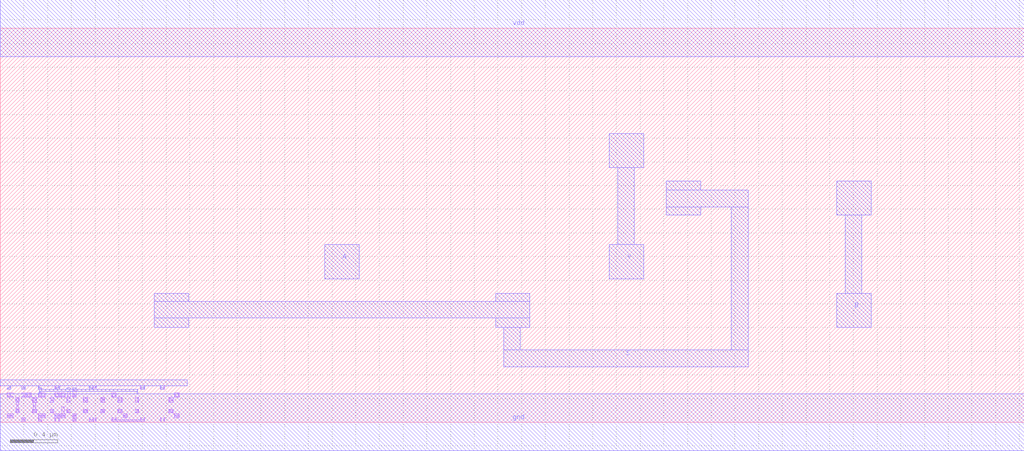
<source format=lef>
VERSION 5.7 ;
  NOWIREEXTENSIONATPIN ON ;
  DIVIDERCHAR "/" ;
  BUSBITCHARS "[]" ;
MACRO MUX2X1
  CLASS CORE ;
  FOREIGN MUX2X1 ;
  ORIGIN 0.000 0.000 ;
  SIZE 8.640 BY 3.330 ;
  SYMMETRY X Y R90 ;
  SITE unit ;
  PIN vdd
    DIRECTION INOUT ;
    USE POWER ;
    SHAPE ABUTMENT ;
    PORT
      LAYER met1 ;
        RECT 0.000 3.090 8.640 3.570 ;
    END
  END vdd
  PIN gnd
    DIRECTION INOUT ;
    USE GROUND ;
    SHAPE ABUTMENT ;
    PORT
      LAYER met1 ;
        RECT 0.000 0.310 1.580 0.360 ;
        RECT 0.080 0.290 0.090 0.310 ;
        RECT 0.200 0.290 0.210 0.310 ;
        RECT 0.060 0.280 0.090 0.290 ;
        RECT 0.180 0.280 0.210 0.290 ;
        RECT 0.320 0.290 0.330 0.310 ;
        RECT 0.490 0.290 0.500 0.310 ;
        RECT 0.750 0.290 0.760 0.310 ;
        RECT 0.800 0.300 0.810 0.310 ;
        RECT 1.210 0.290 1.220 0.310 ;
        RECT 0.320 0.280 0.350 0.290 ;
        RECT 0.470 0.280 0.500 0.290 ;
        RECT 0.560 0.280 0.590 0.290 ;
        RECT 0.610 0.280 0.640 0.290 ;
        RECT 0.750 0.280 0.780 0.290 ;
        RECT 1.190 0.280 1.220 0.290 ;
        RECT 1.350 0.290 1.360 0.310 ;
        RECT 1.350 0.280 1.380 0.290 ;
        RECT 0.330 0.260 1.160 0.280 ;
        RECT 0.330 0.240 0.340 0.260 ;
        RECT 1.150 0.240 1.160 0.260 ;
        RECT 0.000 -0.240 8.640 0.240 ;
    END
  END gnd
  PIN Y
    DIRECTION INOUT ;
    USE SIGNAL ;
    SHAPE ABUTMENT ;
    PORT
      LAYER met1 ;
        RECT 5.140 2.150 5.430 2.440 ;
        RECT 5.210 1.500 5.350 2.150 ;
        RECT 5.140 1.210 5.430 1.500 ;
    END
  END Y
  PIN S
    DIRECTION INOUT ;
    USE SIGNAL ;
    SHAPE ABUTMENT ;
    PORT
      LAYER met1 ;
        RECT 5.620 1.960 5.910 2.040 ;
        RECT 5.620 1.820 6.310 1.960 ;
        RECT 5.620 1.750 5.910 1.820 ;
        RECT 1.300 1.020 1.590 1.090 ;
        RECT 4.180 1.020 4.470 1.090 ;
        RECT 1.300 0.880 4.470 1.020 ;
        RECT 1.300 0.800 1.590 0.880 ;
        RECT 4.180 0.800 4.470 0.880 ;
        RECT 4.250 0.610 4.390 0.800 ;
        RECT 6.170 0.610 6.310 1.820 ;
        RECT 4.250 0.470 6.310 0.610 ;
    END
  END S
  PIN B
    DIRECTION INOUT ;
    USE SIGNAL ;
    SHAPE ABUTMENT ;
    PORT
      LAYER met1 ;
        RECT 7.060 1.750 7.350 2.040 ;
        RECT 7.130 1.090 7.270 1.750 ;
        RECT 7.060 0.800 7.350 1.090 ;
    END
  END B
  PIN A
    DIRECTION INOUT ;
    USE SIGNAL ;
    SHAPE ABUTMENT ;
    PORT
      LAYER met1 ;
        RECT 2.740 1.210 3.030 1.500 ;
    END
  END A
  OBS
      LAYER li1 ;
        RECT 0.080 0.290 0.090 0.310 ;
        RECT 0.060 0.280 0.090 0.290 ;
      LAYER li1 ;
        RECT 0.180 0.290 0.200 0.310 ;
      LAYER li1 ;
        RECT 0.200 0.290 0.210 0.310 ;
        RECT 0.180 0.280 0.210 0.290 ;
        RECT 0.320 0.290 0.330 0.310 ;
        RECT 0.460 0.290 0.470 0.310 ;
        RECT 0.490 0.290 0.500 0.310 ;
        RECT 0.750 0.290 0.760 0.310 ;
        RECT 0.780 0.290 0.790 0.310 ;
        RECT 0.800 0.290 0.810 0.310 ;
        RECT 0.320 0.280 0.350 0.290 ;
        RECT 0.460 0.280 0.500 0.290 ;
        RECT 0.610 0.280 0.640 0.290 ;
        RECT 0.750 0.280 0.810 0.290 ;
        RECT 1.180 0.290 1.190 0.310 ;
        RECT 1.210 0.290 1.220 0.310 ;
        RECT 1.180 0.280 1.220 0.290 ;
        RECT 1.350 0.290 1.360 0.310 ;
        RECT 1.380 0.290 1.390 0.310 ;
        RECT 1.350 0.280 1.390 0.290 ;
        RECT 0.610 0.260 0.620 0.280 ;
        RECT 0.630 0.260 0.640 0.280 ;
        RECT 0.060 0.240 0.110 0.250 ;
        RECT 0.180 0.240 0.210 0.250 ;
      LAYER li1 ;
        RECT 0.060 0.220 0.080 0.240 ;
      LAYER li1 ;
        RECT 0.080 0.220 0.090 0.240 ;
        RECT 0.200 0.220 0.210 0.240 ;
        RECT 0.060 0.210 0.110 0.220 ;
        RECT 0.180 0.210 0.210 0.220 ;
        RECT 0.220 0.240 0.260 0.250 ;
        RECT 0.220 0.220 0.230 0.240 ;
        RECT 0.250 0.220 0.260 0.240 ;
        RECT 0.220 0.210 0.260 0.220 ;
        RECT 0.320 0.240 0.380 0.250 ;
        RECT 0.320 0.220 0.330 0.240 ;
        RECT 0.340 0.220 0.350 0.240 ;
        RECT 0.370 0.220 0.380 0.240 ;
        RECT 0.460 0.240 0.500 0.250 ;
        RECT 0.460 0.220 0.470 0.240 ;
        RECT 0.490 0.220 0.500 0.240 ;
        RECT 0.320 0.210 0.380 0.220 ;
        RECT 0.470 0.210 0.500 0.220 ;
        RECT 0.510 0.240 0.550 0.250 ;
        RECT 0.510 0.220 0.520 0.240 ;
        RECT 0.540 0.220 0.550 0.240 ;
        RECT 0.510 0.210 0.550 0.220 ;
        RECT 0.570 0.210 0.590 0.260 ;
        RECT 0.610 0.240 0.640 0.260 ;
        RECT 0.610 0.220 0.620 0.240 ;
        RECT 0.630 0.220 0.640 0.240 ;
        RECT 0.610 0.210 0.640 0.220 ;
        RECT 0.940 0.240 0.980 0.250 ;
        RECT 0.940 0.220 0.950 0.240 ;
        RECT 0.970 0.220 0.980 0.240 ;
        RECT 0.940 0.210 0.980 0.220 ;
        RECT 1.470 0.240 1.510 0.250 ;
        RECT 1.470 0.220 1.480 0.240 ;
        RECT 1.500 0.220 1.510 0.240 ;
        RECT 1.470 0.210 1.510 0.220 ;
        RECT 0.130 0.200 0.160 0.210 ;
        RECT 0.130 0.180 0.140 0.200 ;
      LAYER li1 ;
        RECT 0.140 0.180 0.150 0.200 ;
      LAYER li1 ;
        RECT 0.150 0.180 0.160 0.200 ;
        RECT 0.130 0.170 0.160 0.180 ;
        RECT 0.270 0.200 0.310 0.210 ;
        RECT 0.420 0.200 0.450 0.210 ;
        RECT 0.270 0.180 0.280 0.200 ;
        RECT 0.300 0.180 0.310 0.200 ;
        RECT 0.440 0.180 0.450 0.200 ;
        RECT 0.270 0.170 0.310 0.180 ;
        RECT 0.420 0.170 0.450 0.180 ;
        RECT 0.560 0.200 0.590 0.210 ;
        RECT 0.700 0.200 0.740 0.210 ;
        RECT 0.560 0.180 0.570 0.200 ;
        RECT 0.700 0.180 0.710 0.200 ;
        RECT 0.730 0.180 0.740 0.200 ;
        RECT 0.560 0.170 0.590 0.180 ;
        RECT 0.700 0.170 0.740 0.180 ;
        RECT 0.850 0.200 0.880 0.210 ;
        RECT 0.850 0.180 0.860 0.200 ;
        RECT 0.870 0.180 0.880 0.200 ;
        RECT 0.850 0.170 0.880 0.180 ;
        RECT 0.990 0.200 1.030 0.210 ;
        RECT 1.140 0.200 1.170 0.210 ;
        RECT 0.990 0.180 1.000 0.200 ;
        RECT 1.020 0.180 1.030 0.200 ;
        RECT 1.160 0.180 1.170 0.200 ;
        RECT 0.990 0.170 1.030 0.180 ;
        RECT 1.140 0.170 1.170 0.180 ;
        RECT 1.420 0.200 1.460 0.210 ;
        RECT 1.420 0.180 1.430 0.200 ;
        RECT 1.450 0.180 1.460 0.200 ;
        RECT 1.420 0.170 1.460 0.180 ;
        RECT 0.140 0.110 0.150 0.170 ;
        RECT 0.280 0.140 0.300 0.170 ;
        RECT 0.280 0.110 0.300 0.130 ;
        RECT 0.130 0.100 0.160 0.110 ;
        RECT 0.130 0.090 0.140 0.100 ;
      LAYER li1 ;
        RECT 0.140 0.090 0.150 0.100 ;
      LAYER li1 ;
        RECT 0.150 0.090 0.160 0.100 ;
        RECT 0.130 0.080 0.160 0.090 ;
        RECT 0.270 0.100 0.310 0.110 ;
        RECT 0.420 0.100 0.450 0.110 ;
        RECT 0.270 0.090 0.280 0.100 ;
        RECT 0.300 0.090 0.310 0.100 ;
        RECT 0.440 0.090 0.450 0.100 ;
        RECT 0.270 0.080 0.310 0.090 ;
        RECT 0.420 0.080 0.450 0.090 ;
        RECT 0.520 0.070 0.540 0.130 ;
        RECT 0.560 0.100 0.590 0.110 ;
        RECT 0.700 0.100 0.740 0.110 ;
        RECT 0.560 0.090 0.570 0.100 ;
        RECT 0.700 0.090 0.710 0.100 ;
        RECT 0.730 0.090 0.740 0.100 ;
        RECT 0.560 0.080 0.590 0.090 ;
        RECT 0.700 0.080 0.740 0.090 ;
        RECT 0.850 0.100 0.880 0.110 ;
        RECT 0.850 0.090 0.860 0.100 ;
        RECT 0.870 0.090 0.880 0.100 ;
        RECT 0.850 0.080 0.880 0.090 ;
        RECT 0.990 0.100 1.030 0.110 ;
        RECT 1.140 0.100 1.170 0.110 ;
        RECT 0.990 0.090 1.000 0.100 ;
        RECT 1.020 0.090 1.030 0.100 ;
        RECT 1.160 0.090 1.170 0.100 ;
        RECT 0.990 0.080 1.030 0.090 ;
        RECT 1.140 0.080 1.170 0.090 ;
        RECT 1.420 0.100 1.460 0.110 ;
        RECT 1.420 0.090 1.430 0.100 ;
        RECT 1.450 0.090 1.460 0.100 ;
        RECT 1.420 0.080 1.460 0.090 ;
        RECT 0.060 0.060 0.110 0.070 ;
        RECT 0.320 0.060 0.380 0.070 ;
      LAYER li1 ;
        RECT 0.060 0.050 0.080 0.060 ;
      LAYER li1 ;
        RECT 0.080 0.050 0.090 0.060 ;
        RECT 0.320 0.050 0.330 0.060 ;
        RECT 0.340 0.050 0.350 0.060 ;
        RECT 0.370 0.050 0.380 0.060 ;
        RECT 0.060 0.040 0.110 0.050 ;
        RECT 0.320 0.040 0.380 0.050 ;
        RECT 0.460 0.060 0.500 0.070 ;
        RECT 0.460 0.050 0.470 0.060 ;
        RECT 0.490 0.050 0.500 0.060 ;
        RECT 0.460 0.040 0.500 0.050 ;
        RECT 0.510 0.060 0.550 0.070 ;
        RECT 0.510 0.050 0.520 0.060 ;
        RECT 0.540 0.050 0.550 0.060 ;
        RECT 0.510 0.040 0.550 0.050 ;
        RECT 0.610 0.060 0.640 0.070 ;
        RECT 0.610 0.050 0.620 0.060 ;
        RECT 0.630 0.050 0.640 0.060 ;
        RECT 0.610 0.040 0.640 0.050 ;
        RECT 1.040 0.060 1.070 0.070 ;
        RECT 1.470 0.060 1.510 0.070 ;
        RECT 1.040 0.050 1.050 0.060 ;
        RECT 1.470 0.050 1.480 0.060 ;
        RECT 1.500 0.050 1.510 0.060 ;
        RECT 1.040 0.040 1.070 0.050 ;
        RECT 1.470 0.040 1.510 0.050 ;
      LAYER li1 ;
        RECT 0.180 0.020 0.200 0.040 ;
      LAYER li1 ;
        RECT 0.200 0.020 0.210 0.040 ;
        RECT 0.180 0.010 0.210 0.020 ;
        RECT 0.320 0.020 0.330 0.040 ;
        RECT 0.320 0.010 0.350 0.020 ;
        RECT 0.460 0.010 0.470 0.040 ;
        RECT 0.490 0.010 0.500 0.040 ;
        RECT 0.610 0.010 0.620 0.040 ;
        RECT 0.630 0.010 0.640 0.040 ;
        RECT 0.750 0.020 0.760 0.040 ;
        RECT 0.780 0.020 0.790 0.040 ;
        RECT 0.750 0.010 0.790 0.020 ;
        RECT 0.800 0.010 0.810 0.040 ;
        RECT 0.940 0.020 0.950 0.040 ;
        RECT 0.970 0.020 0.980 0.040 ;
        RECT 1.180 0.020 1.190 0.040 ;
        RECT 1.210 0.020 1.220 0.040 ;
        RECT 0.940 0.010 1.220 0.020 ;
        RECT 1.350 0.010 1.360 0.040 ;
        RECT 1.380 0.010 1.390 0.040 ;
  END
END MUX2X1
END LIBRARY


</source>
